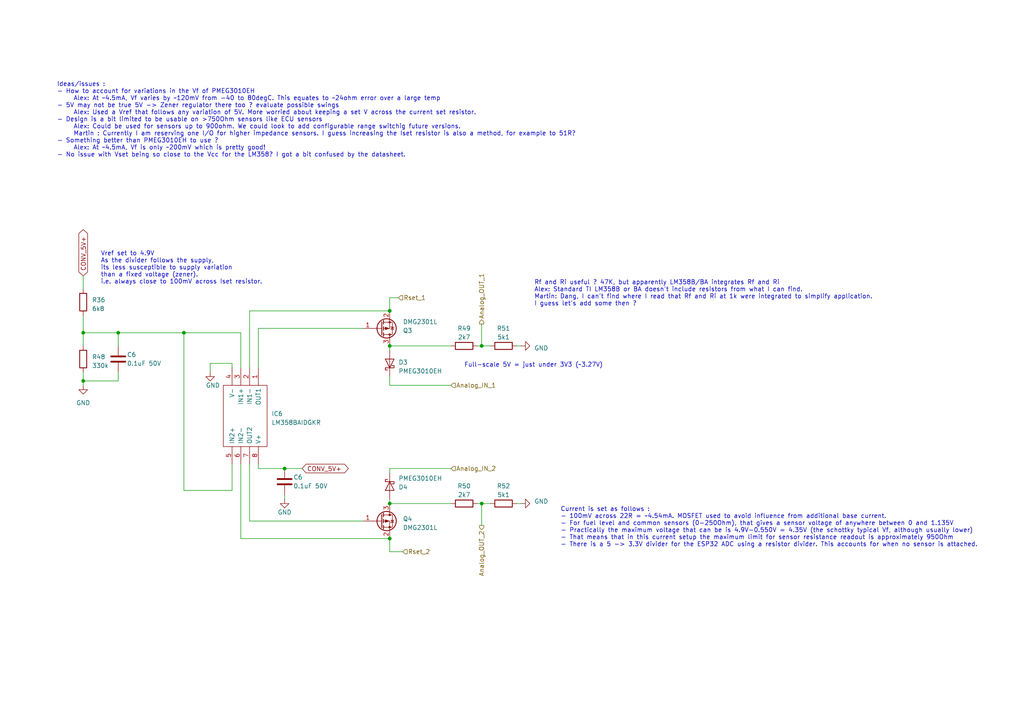
<source format=kicad_sch>
(kicad_sch (version 20230121) (generator eeschema)
  (paper "A4")
  (title_block (title "Dual Op-Amp Constant current source resistive sensor") (date "2023-06-18") (rev "1.2.3") (comment 1 "https://github.com/martinroger/VXDash") (comment 2 "https://cadlab.io/projects/vxdash"))
  (lib_symbols
    (symbol "Device:C" (pin_numbers hide) (pin_names (offset 0.254))
      (property "Reference" "C" (at 0.635 2.54 0))
      (property "Value" "C" (at 0.635 -2.54 0))
      (symbol "C_0_1"
        (polyline (pts (xy -2.032 -0.762) (xy 2.032 -0.762)) (stroke (width 0.508)))
        (polyline (pts (xy -2.032 0.762) (xy 2.032 0.762)) (stroke (width 0.508)))
      )
      (symbol "C_1_1"
        (pin passive line (at 0 3.81 270) (length 2.794) (name "~") (number "1"))
        (pin passive line (at 0 -3.81 90) (length 2.794) (name "~") (number "2"))
      )
    )
    (symbol "Device:Q_PMOS_GSD" (pin_names (offset 0) hide)
      (property "Reference" "Q" (at 5.08 1.27 0))
      (property "Value" "Q_PMOS_GSD" (at 5.08 -1.27 0))
      (symbol "Q_PMOS_GSD_0_1"
        (polyline (pts (xy 0.254 0) (xy -2.54 0)))
        (polyline (pts (xy 0.254 1.905) (xy 0.254 -1.905)) (stroke (width 0.254)))
        (polyline (pts (xy 0.762 -1.27) (xy 0.762 -2.286)) (stroke (width 0.254)))
        (polyline (pts (xy 0.762 0.508) (xy 0.762 -0.508)) (stroke (width 0.254)))
        (polyline (pts (xy 0.762 2.286) (xy 0.762 1.27)) (stroke (width 0.254)))
        (polyline (pts (xy 2.54 2.54) (xy 2.54 1.778)))
        (polyline (pts (xy 2.54 -2.54) (xy 2.54 0) (xy 0.762 0)))
        (polyline (pts (xy 0.762 1.778) (xy 3.302 1.778) (xy 3.302 -1.778) (xy 0.762 -1.778)))
        (polyline (pts (xy 2.286 0) (xy 1.27 0.381) (xy 1.27 -0.381) (xy 2.286 0)) (fill (type outline)))
        (polyline (pts (xy 2.794 -0.508) (xy 2.921 -0.381) (xy 3.683 -0.381) (xy 3.81 -0.254)))
        (polyline (pts (xy 3.302 -0.381) (xy 2.921 0.254) (xy 3.683 0.254) (xy 3.302 -0.381)))
        (circle (center 1.651 0) (radius 2.794) (stroke (width 0.254)))
        (circle (center 2.54 -1.778) (radius 0.254) (fill (type outline)))
        (circle (center 2.54 1.778) (radius 0.254) (fill (type outline)))
      )
      (symbol "Q_PMOS_GSD_1_1"
        (pin input line (at -5.08 0 0) (length 2.54) (name "G") (number "1"))
        (pin passive line (at 2.54 -5.08 90) (length 2.54) (name "S") (number "2"))
        (pin passive line (at 2.54 5.08 270) (length 2.54) (name "D") (number "3"))
      )
    )
    (symbol "Device:R" (pin_numbers hide) (pin_names (offset 0))
      (property "Reference" "R" (at 2.032 0 90))
      (property "Value" "R" (at 0 0 90))
      (symbol "R_0_1"
        (rectangle (start -1.016 -2.54) (end 1.016 2.54) (stroke (width 0.254)))
      )
      (symbol "R_1_1"
        (pin passive line (at 0 3.81 270) (length 1.27) (name "~") (number "1"))
        (pin passive line (at 0 -3.81 90) (length 1.27) (name "~") (number "2"))
      )
    )
    (symbol "Diode:PMEG3010EH" (pin_numbers hide) (pin_names hide)
      (property "Reference" "D" (at 0 2.54 0))
      (property "Value" "PMEG3010EH" (at 0 -2.54 0))
      (symbol "PMEG3010EH_0_1"
        (polyline (pts (xy 1.27 0) (xy -1.27 0)))
        (polyline (pts (xy 1.27 1.27) (xy 1.27 -1.27) (xy -1.27 0) (xy 1.27 1.27)) (stroke (width 0.2032)))
        (polyline (pts (xy -1.905 0.635) (xy -1.905 1.27) (xy -1.27 1.27) (xy -1.27 -1.27) (xy -0.635 -1.27) (xy -0.635 -0.635)) (stroke (width 0.2032)))
      )
      (symbol "PMEG3010EH_1_1"
        (pin passive line (at -3.81 0 0) (length 2.54) (name "K") (number "1"))
        (pin passive line (at 3.81 0 180) (length 2.54) (name "A") (number "2"))
      )
    )
    (symbol "SamacSys_Parts:LM358BAIDGKR" (pin_names (offset 0.762))
      (property "Reference" "IC" (at 24.13 7.62 0))
      (property "Value" "LM358BAIDGKR" (at 24.13 5.08 0))
      (symbol "LM358BAIDGKR_0_0"
        (pin passive line (at 0 0 0) (length 5.08) (name "OUT1") (number "1"))
        (pin passive line (at 0 -2.54 0) (length 5.08) (name "IN1-") (number "2"))
        (pin passive line (at 0 -5.08 0) (length 5.08) (name "IN1+") (number "3"))
        (pin passive line (at 0 -7.62 0) (length 5.08) (name "V-") (number "4"))
        (pin passive line (at 27.94 -7.62 180) (length 5.08) (name "IN2+") (number "5"))
        (pin passive line (at 27.94 -5.08 180) (length 5.08) (name "IN2-") (number "6"))
        (pin passive line (at 27.94 -2.54 180) (length 5.08) (name "OUT2") (number "7"))
        (pin passive line (at 27.94 0 180) (length 5.08) (name "V+") (number "8"))
      )
      (symbol "LM358BAIDGKR_0_1"
        (polyline (pts (xy 5.08 2.54) (xy 22.86 2.54) (xy 22.86 -10.16) (xy 5.08 -10.16) (xy 5.08 2.54)) (stroke (width 0.1524)))
      )
    )
    (symbol "power:GND" (power) (pin_names (offset 0))
      (property "Value" "GND" (at 0 -3.81 0))
      (symbol "GND_0_1"
        (polyline (pts (xy 0 0) (xy 0 -1.27) (xy 1.27 -1.27) (xy 0 -2.54) (xy -1.27 -1.27) (xy 0 -1.27)))
      )
      (symbol "GND_1_1"
        (pin power_in line (at 0 0 270) (length 0) hide (name "GND") (number "1"))
      )
    )
  )
  (junction (at 113.03 90.17))
  (junction (at 139.7 100.33))
  (junction (at 113.03 146.05))
  (junction (at 139.7 146.05))
  (junction (at 82.55 135.89))
  (junction (at 53.34 96.52))
  (junction (at 24.13 110.49))
  (junction (at 113.03 100.33))
  (junction (at 34.29 96.52))
  (junction (at 113.03 156.21))
  (junction (at 24.13 96.52))
  (wire (pts (xy 34.29 107.95) (xy 34.29 110.49)))
  (wire (pts (xy 113.03 146.05) (xy 113.03 144.78)))
  (wire (pts (xy 72.39 134.62) (xy 72.39 151.13)))
  (wire (pts (xy 34.29 96.52) (xy 53.34 96.52)))
  (wire (pts (xy 60.96 105.41) (xy 67.31 105.41)))
  (wire (pts (xy 24.13 96.52) (xy 34.29 96.52)))
  (wire (pts (xy 74.93 106.68) (xy 74.93 95.25)))
  (wire (pts (xy 139.7 146.05) (xy 139.7 152.4)))
  (wire (pts (xy 69.85 106.68) (xy 69.85 96.52)))
  (wire (pts (xy 69.85 134.62) (xy 69.85 156.21)))
  (wire (pts (xy 113.03 86.36) (xy 115.57 86.36)))
  (wire (pts (xy 24.13 110.49) (xy 24.13 111.76)))
  (wire (pts (xy 24.13 110.49) (xy 34.29 110.49)))
  (wire (pts (xy 82.55 135.89) (xy 87.63 135.89)))
  (wire (pts (xy 139.7 146.05) (xy 142.24 146.05)))
  (wire (pts (xy 72.39 106.68) (xy 72.39 90.17)))
  (wire (pts (xy 139.7 93.98) (xy 139.7 100.33)))
  (wire (pts (xy 53.34 96.52) (xy 69.85 96.52)))
  (wire (pts (xy 72.39 90.17) (xy 113.03 90.17)))
  (wire (pts (xy 74.93 134.62) (xy 74.93 135.89)))
  (wire (pts (xy 67.31 142.24) (xy 53.34 142.24)))
  (wire (pts (xy 24.13 107.95) (xy 24.13 110.49)))
  (wire (pts (xy 24.13 96.52) (xy 24.13 100.33)))
  (wire (pts (xy 24.13 91.44) (xy 24.13 96.52)))
  (wire (pts (xy 149.86 100.33) (xy 151.13 100.33)))
  (wire (pts (xy 113.03 100.33) (xy 130.81 100.33)))
  (wire (pts (xy 130.81 135.89) (xy 113.03 135.89)))
  (wire (pts (xy 74.93 95.25) (xy 105.41 95.25)))
  (wire (pts (xy 113.03 135.89) (xy 113.03 137.16)))
  (wire (pts (xy 82.55 144.78) (xy 82.55 143.51)))
  (wire (pts (xy 67.31 105.41) (xy 67.31 106.68)))
  (wire (pts (xy 113.03 146.05) (xy 130.81 146.05)))
  (wire (pts (xy 60.96 107.95) (xy 60.96 105.41)))
  (wire (pts (xy 67.31 134.62) (xy 67.31 142.24)))
  (wire (pts (xy 53.34 142.24) (xy 53.34 96.52)))
  (wire (pts (xy 113.03 111.76) (xy 130.81 111.76)))
  (wire (pts (xy 113.03 160.02) (xy 116.84 160.02)))
  (wire (pts (xy 138.43 146.05) (xy 139.7 146.05)))
  (wire (pts (xy 113.03 109.22) (xy 113.03 111.76)))
  (wire (pts (xy 113.03 86.36) (xy 113.03 90.17)))
  (wire (pts (xy 24.13 80.01) (xy 24.13 83.82)))
  (wire (pts (xy 142.24 100.33) (xy 139.7 100.33)))
  (wire (pts (xy 34.29 96.52) (xy 34.29 100.33)))
  (wire (pts (xy 149.86 146.05) (xy 151.13 146.05)))
  (wire (pts (xy 113.03 156.21) (xy 69.85 156.21)))
  (wire (pts (xy 113.03 100.33) (xy 113.03 101.6)))
  (wire (pts (xy 138.43 100.33) (xy 139.7 100.33)))
  (wire (pts (xy 72.39 151.13) (xy 105.41 151.13)))
  (wire (pts (xy 74.93 135.89) (xy 82.55 135.89)))
  (wire (pts (xy 113.03 160.02) (xy 113.03 156.21)))
  (text "Vref set to 4.9V\nAs the divider follows the supply,\nits less susceptible to supply variation \nthan a fixed voltage (zener).\ni.e. always close to 100mV across Iset resistor." (at 29.21 82.55 0) (effects (font (size 1.27 1.27)) (justify left bottom)))
  (text "Full-scale 5V = just under 3V3 (~3.27V)" (at 134.62 106.68 0) (effects (font (size 1.27 1.27)) (justify left bottom)))
  (text "Current is set as follows :\n- 100mV across 22R = ~4.54mA. MOSFET used to avoid influence from additional base current.\n- For fuel level and common sensors (0-250Ohm), that gives a sensor voltage of anywhere between 0 and 1.135V\n- Practically the maximum voltage that can be is 4.9V-0.550V = 4.35V (the schottky typical Vf, although usually lower)\n- That means that in this current setup the maximum limit for sensor resistance readout is approximately 950Ohm\n- There is a 5 -> 3.3V divider for the ESP32 ADC using a resistor divider. This accounts for when no sensor is attached." (at 162.56 158.75 0) (effects (font (size 1.27 1.27)) (justify left bottom)))
  (text "Ideas/issues : \n- How to account for variations in the Vf of PMEG3010EH\n	Alex: At ~4.5mA, Vf varies by ~120mV from -40 to 80degC. This equates to ~24ohm error over a large temp\n- 5V may not be true 5V -> Zener regulator there too ? evaluate possible swings\n	Alex: Used a Vref that follows any variation of 5V. More worried about keeping a set V across the current set resistor.\n- Design is a bit limited to be usable on >750Ohm sensors like ECU sensors\n	Alex: Could be used for sensors up to 900ohm. We could look to add configurable range switchig future versions.\n	Martin : Currently I am reserving one I/O for higher impedance sensors. I guess increasing the Iset resistor is also a method, for example to 51R?\n- Something better than PMEG3010EH to use ?\n	Alex: At ~4.5mA, Vf is only ~200mV which is pretty good!\n- No issue with Vset being so close to the Vcc for the LM358? I got a bit confused by the datasheet." (at 16.51 45.72 0) (effects (font (size 1.27 1.27)) (justify left bottom)))
  (text "Rf and Ri useful ? 47K, but apparently LM358B/BA integrates Rf and Ri\nAlex: Standard TI LM358B or BA doesn't include resistors from what I can find.\nMartin: Dang, I can't find where I read that Rf and Ri at 1k were integrated to simplify application. \nI guess let's add some then ?" (at 154.94 88.9 0) (effects (font (size 1.27 1.27)) (justify left bottom)))
  (global_label "CONV_5V+" (shape bidirectional) (at 87.63 135.89 0) (property "Intersheetrefs" "${INTERSHEET_REFS}" (effects hide)))
  (global_label "CONV_5V+" (shape bidirectional) (at 24.13 80.01 90) (property "Intersheetrefs" "${INTERSHEET_REFS}" (effects hide)))
  (hierarchical_label "Analog_IN_1" (shape input) (at 130.81 111.76 0))
  (hierarchical_label "Analog_IN_2" (shape input) (at 130.81 135.89 0))
  (hierarchical_label "Analog_OUT_1" (shape output) (at 139.7 93.98 90))
  (hierarchical_label "Analog_OUT_2" (shape output) (at 139.7 152.4 270))
  (hierarchical_label "Rset_1" (shape input) (at 115.57 86.36 0))
  (hierarchical_label "Rset_2" (shape input) (at 116.84 160.02 0))
  (symbol (lib_id "power:GND") (at 151.13 100.33 90) (unit 1)
    (property "Reference" "#PWR060" (effects hide))
    (property "Value" "GND" (at 154.94 100.965 90) (effects (justify right)))
    (instances (project "VXDash" (path "" (reference "#PWR060") (unit 1)) (path "" (reference "#PWR071") (unit 1)) (path "" (reference "#PWR076") (unit 1))))
  )
  (symbol (lib_id "Device:Q_PMOS_GSD") (at 110.49 151.13 0) (unit 1)
    (property "Reference" "Q4" (at 116.84 150.495 0) (effects (justify left)))
    (property "Value" "DMG2301L" (at 116.84 153.035 0) (effects (justify left)))
    (property "Footprint" "Package_TO_SOT_SMD:SOT-23" (effects hide))
    (property "Datasheet" "https://www.diodes.com/assets/Datasheets/DMG2301L.pdf" (effects hide))
    (property "Description" "MOSFET P-CH 20V 3A SOT23" (effects hide))
    (property "Manufacturer_Name" "Diodes Incorporated" (effects hide))
    (property "Manufacturer_Part_Number" "DMG2301L-7" (effects hide))
    (instances (project "VXDash" (path "" (reference "Q4") (unit 1)) (path "" (reference "Q8") (unit 1)) (path "" (reference "Q6") (unit 1))))
  )
  (symbol (lib_id "power:GND") (at 82.55 144.78 0) (unit 1)
    (property "Reference" "#PWR059" (effects hide))
    (property "Value" "GND" (at 82.55 148.59 0))
    (instances (project "VXDash" (path "" (reference "#PWR059") (unit 1)) (path "" (reference "#PWR070") (unit 1)) (path "" (reference "#PWR075") (unit 1))))
  )
  (symbol (lib_id "power:GND") (at 151.13 146.05 90) (mirror x) (unit 1)
    (property "Reference" "#PWR061" (effects hide))
    (property "Value" "GND" (at 154.94 145.415 90) (effects (justify right)))
    (instances (project "VXDash" (path "" (reference "#PWR061") (unit 1)) (path "" (reference "#PWR072") (unit 1)) (path "" (reference "#PWR077") (unit 1))))
  )
  (symbol (lib_id "Diode:PMEG3010EH") (at 113.03 140.97 90) (mirror x) (unit 1)
    (property "Reference" "D4" (at 115.57 141.2875 90) (effects (justify right)))
    (property "Value" "PMEG3010EH" (at 115.57 138.7475 90) (effects (justify right)))
    (property "Footprint" "Diode_SMD:D_SOD-123F" (effects hide))
    (property "Datasheet" "https://assets.nexperia.com/documents/data-sheet/PMEG3010EH_EJ_ET.pdf" (effects hide))
    (property "Description" "DIODE SCHOTTKY 30V 1A SOD123F" (effects hide))
    (property "Manufacturer_Name" "Nexperia" (effects hide))
    (property "Manufacturer_Part_Number" "PMEG3010EH,115" (effects hide))
    (instances (project "VXDash" (path "" (reference "D4") (unit 1)) (path "" (reference "D7") (unit 1)) (path "" (reference "D6") (unit 1))))
  )
  (symbol (lib_id "SamacSys_Parts:LM358BAIDGKR") (at 74.93 106.68 270) (unit 1)
    (property "Reference" "IC6" (at 78.74 120.015 90) (effects (justify left)))
    (property "Value" "LM358BAIDGKR" (at 78.74 122.555 90) (effects (justify left)))
    (property "Footprint" "Package_SO:VSSOP-8_3.0x3.0mm_P0.65mm" (effects hide))
    (property "Datasheet" "https://www.ti.com/lit/ds/symlink/lm358ba.pdf" (effects hide))
    (property "Description" "Operational Amplifiers - Op Amps Industry-standard dual operational amplifier 8-SOIC -40 to 85" (effects hide))
    (property "Height" "1.1" (effects hide))
    (property "Manufacturer_Name" "Texas Instruments" (effects hide))
    (property "Manufacturer_Part_Number" "LM358BAIDGKR" (effects hide))
    (property "Mouser Part Number" "595-LM358BAIDGKR" (effects hide))
    (property "Mouser Price/Stock" "https://www.mouser.co.uk/ProductDetail/Texas-Instruments/LM358BAIDGKR?qs=e8oIoAS2J1R%252B6%252BUOvsCJXA%3D%3D" (effects hide))
    (property "Arrow Part Number" "LM358BAIDGKR" (effects hide))
    (property "Arrow Price/Stock" "https://www.arrow.com/en/products/lm358baidgkr/texas-instruments?region=nac" (effects hide))
    (instances (project "VXDash" (path "" (reference "IC6") (unit 1)) (path "" (reference "IC5") (unit 1)) (path "" (reference "IC7") (unit 1))))
  )
  (symbol (lib_id "Device:R") (at 24.13 87.63 0) (unit 1)
    (property "Reference" "R36" (at 26.67 86.995 0) (effects (justify left)))
    (property "Value" "6k8" (at 26.67 89.535 0) (effects (justify left)))
    (property "Footprint" "Resistor_SMD:R_0603_1608Metric" (effects hide))
    (property "Datasheet" "https://www.yageo.com/upload/media/product/productsearch/datasheet/rchip/PYu-RC_Group_51_RoHS_L_12.pdf" (effects hide))
    (property "Description" "RES 6.8K OHM 1% 1/10W 0603" (effects hide))
    (property "Manufacturer_Name" "Yageo" (effects hide))
    (property "Manufacturer_Part_Number" "RC0603FR-076K8L" (effects hide))
    (instances (project "VXDash" (path "" (reference "R36") (unit 1)) (path "" (reference "R67") (unit 1)) (path "" (reference "R53") (unit 1))))
  )
  (symbol (lib_id "Device:R") (at 146.05 100.33 90) (unit 1)
    (property "Reference" "R51" (at 146.05 95.25 90))
    (property "Value" "5k1" (at 146.05 97.79 90))
    (property "Footprint" "Resistor_SMD:R_0603_1608Metric" (effects hide))
    (property "Datasheet" "https://www.yageo.com/upload/media/product/productsearch/datasheet/rchip/PYu-RC_Group_51_RoHS_L_12.pdf" (effects hide))
    (property "Description" "RES 5.1K OHM 1% 1/10W 0603" (effects hide))
    (property "Manufacturer_Name" "Yageo" (effects hide))
    (property "Manufacturer_Part_Number" "RC0603FR-075K1L" (effects hide))
    (instances (project "VXDash" (path "" (reference "R51") (unit 1)) (path "" (reference "R75") (unit 1)) (path "" (reference "R60") (unit 1))))
  )
  (symbol (lib_id "Device:R") (at 134.62 100.33 90) (unit 1)
    (property "Reference" "R49" (at 134.62 95.25 90))
    (property "Value" "2k7" (at 134.62 97.79 90))
    (property "Footprint" "Resistor_SMD:R_0603_1608Metric" (effects hide))
    (property "Datasheet" "https://www.seielect.com/Catalog/SEI-RMCF_RMCP.pdf" (effects hide))
    (property "Description" "RES 2.7K OHM 1% 1/10W 0603" (effects hide))
    (property "Manufacturer_Name" "Yageo" (effects hide))
    (property "Manufacturer_Part_Number" "RMCF0603FT2K70" (effects hide))
    (instances (project "VXDash" (path "" (reference "R49") (unit 1)) (path "" (reference "R73") (unit 1)) (path "" (reference "R55") (unit 1))))
  )
  (symbol (lib_id "Device:C") (at 34.29 104.14 0) (mirror x) (unit 1)
    (property "Reference" "C6" (at 36.83 102.87 0) (effects (justify left)))
    (property "Value" "0.1uF 50V" (at 36.83 105.41 0) (effects (justify left)))
    (property "Footprint" "Capacitor_SMD:C_0603_1608Metric" (effects hide))
    (property "Datasheet" "https://media.digikey.com/pdf/Data%20Sheets/Samsung%20PDFs/CL10B104KB8NNWC_Spec.pdf" (effects hide))
    (property "Manufacturer_Part_Number" "CL10B104KB8NNWC" (effects hide))
    (property "Manufacturer_Name" "Samsung" (effects hide))
    (property "Description" "CAP CER 0.1UF 50V X7R 0603" (effects hide))
    (instances (project "DashSpy" (path "" (reference "C6") (unit 1))) (project "VXDash" (path "" (reference "C35") (unit 1)) (path "" (reference "C37") (unit 1)) (path "" (reference "C13") (unit 1)) (path "" (reference "C40") (unit 1)) (path "" (reference "C15") (unit 1))))
  )
  (symbol (lib_id "power:GND") (at 24.13 111.76 0) (unit 1)
    (property "Reference" "#PWR041" (effects hide))
    (property "Value" "GND" (at 24.13 116.84 0))
    (instances (project "VXDash" (path "" (reference "#PWR041") (unit 1)) (path "" (reference "#PWR064") (unit 1)) (path "" (reference "#PWR073") (unit 1))))
  )
  (symbol (lib_id "Device:R") (at 134.62 146.05 90) (mirror x) (unit 1)
    (property "Reference" "R50" (at 134.62 140.97 90))
    (property "Value" "2k7" (at 134.62 143.51 90))
    (property "Footprint" "Resistor_SMD:R_0603_1608Metric" (effects hide))
    (property "Datasheet" "https://www.seielect.com/Catalog/SEI-RMCF_RMCP.pdf" (effects hide))
    (property "Description" "RES 2.7K OHM 1% 1/10W 0603" (effects hide))
    (property "Manufacturer_Name" "Yageo" (effects hide))
    (property "Manufacturer_Part_Number" "RMCF0603FT2K70" (effects hide))
    (instances (project "VXDash" (path "" (reference "R50") (unit 1)) (path "" (reference "R74") (unit 1)) (path "" (reference "R56") (unit 1))))
  )
  (symbol (lib_id "Device:Q_PMOS_GSD") (at 110.49 95.25 0) (mirror x) (unit 1)
    (property "Reference" "Q3" (at 116.84 95.885 0) (effects (justify left)))
    (property "Value" "DMG2301L" (at 116.84 93.345 0) (effects (justify left)))
    (property "Footprint" "Package_TO_SOT_SMD:SOT-23" (effects hide))
    (property "Datasheet" "https://www.diodes.com/assets/Datasheets/DMG2301L.pdf" (effects hide))
    (property "Description" "MOSFET P-CH 20V 3A SOT23" (effects hide))
    (property "Manufacturer_Name" "Diodes Incorporated" (effects hide))
    (property "Manufacturer_Part_Number" "DMG2301L-7" (effects hide))
    (instances (project "VXDash" (path "" (reference "Q3") (unit 1)) (path "" (reference "Q7") (unit 1)) (path "" (reference "Q5") (unit 1))))
  )
  (symbol (lib_id "power:GND") (at 60.96 107.95 0) (unit 1)
    (property "Reference" "#PWR058" (effects hide))
    (property "Value" "GND" (at 59.69 111.76 0) (effects (justify left)))
    (instances (project "VXDash" (path "" (reference "#PWR058") (unit 1)) (path "" (reference "#PWR069") (unit 1)) (path "" (reference "#PWR074") (unit 1))))
  )
  (symbol (lib_id "Device:R") (at 146.05 146.05 90) (mirror x) (unit 1)
    (property "Reference" "R52" (at 146.05 140.97 90))
    (property "Value" "5k1" (at 146.05 143.51 90))
    (property "Footprint" "Resistor_SMD:R_0603_1608Metric" (effects hide))
    (property "Datasheet" "https://www.yageo.com/upload/media/product/productsearch/datasheet/rchip/PYu-RC_Group_51_RoHS_L_12.pdf" (effects hide))
    (property "Description" "RES 5.1K OHM 1% 1/10W 0603" (effects hide))
    (property "Manufacturer_Name" "Yageo" (effects hide))
    (property "Manufacturer_Part_Number" "RC0603FR-075K1L" (effects hide))
    (instances (project "VXDash" (path "" (reference "R52") (unit 1)) (path "" (reference "R76") (unit 1)) (path "" (reference "R66") (unit 1))))
  )
  (symbol (lib_id "Device:C") (at 82.55 139.7 0) (mirror x) (unit 1)
    (property "Reference" "C6" (at 85.09 138.43 0) (effects (justify left)))
    (property "Value" "0.1uF 50V" (at 85.09 140.97 0) (effects (justify left)))
    (property "Footprint" "Capacitor_SMD:C_0603_1608Metric" (effects hide))
    (property "Datasheet" "https://media.digikey.com/pdf/Data%20Sheets/Samsung%20PDFs/CL10B104KB8NNWC_Spec.pdf" (effects hide))
    (property "Manufacturer_Part_Number" "CL10B104KB8NNWC" (effects hide))
    (property "Manufacturer_Name" "Samsung" (effects hide))
    (property "Description" "CAP CER 0.1UF 50V X7R 0603" (effects hide))
    (instances (project "DashSpy" (path "" (reference "C6") (unit 1))) (project "VXDash" (path "" (reference "C35") (unit 1)) (path "" (reference "C37") (unit 1)) (path "" (reference "C14") (unit 1)) (path "" (reference "C41") (unit 1)) (path "" (reference "C24") (unit 1))))
  )
  (symbol (lib_id "Device:R") (at 24.13 104.14 0) (unit 1)
    (property "Reference" "R48" (at 26.67 103.505 0) (effects (justify left)))
    (property "Value" "330k" (at 26.67 106.045 0) (effects (justify left)))
    (property "Footprint" "Resistor_SMD:R_0603_1608Metric" (effects hide))
    (property "Datasheet" "https://www.yageo.com/upload/media/product/productsearch/datasheet/rchip/PYu-RC_Group_51_RoHS_L_12.pdf" (effects hide))
    (property "Description" "RES 330K OHM 1% 1/10W 0603" (effects hide))
    (property "Manufacturer_Name" "Yageo" (effects hide))
    (property "Manufacturer_Part_Number" "RC0603FR-07330KL" (effects hide))
    (instances (project "VXDash" (path "" (reference "R48") (unit 1)) (path "" (reference "R72") (unit 1)) (path "" (reference "R54") (unit 1))))
  )
  (symbol (lib_id "Diode:PMEG3010EH") (at 113.03 105.41 90) (unit 1)
    (property "Reference" "D3" (at 115.57 105.0925 90) (effects (justify right)))
    (property "Value" "PMEG3010EH" (at 115.57 107.6325 90) (effects (justify right)))
    (property "Footprint" "Diode_SMD:D_SOD-123F" (effects hide))
    (property "Datasheet" "https://assets.nexperia.com/documents/data-sheet/PMEG3010EH_EJ_ET.pdf" (effects hide))
    (property "Description" "DIODE SCHOTTKY 30V 1A SOD123F" (effects hide))
    (property "Manufacturer_Name" "Nexperia" (effects hide))
    (property "Manufacturer_Part_Number" "PMEG3010EH,115" (effects hide))
    (instances (project "VXDash" (path "" (reference "D3") (unit 1)) (path "" (reference "D2") (unit 1)) (path "" (reference "D5") (unit 1))))
  )
)
</source>
